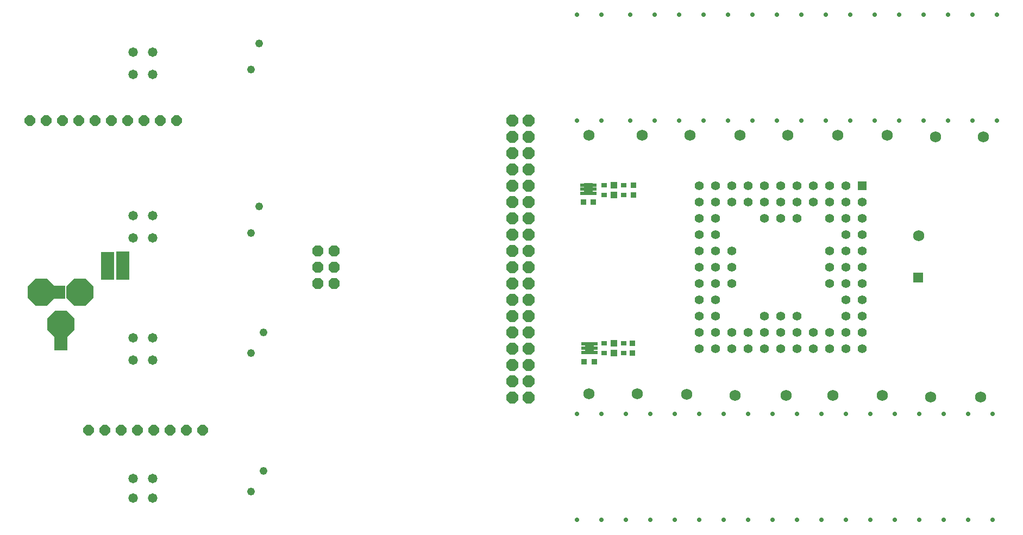
<source format=gbs>
%FSLAX25Y25*%
%MOIN*%
G70*
G01*
G75*
G04 Layer_Color=16711935*
%ADD10R,0.33858X0.42126*%
%ADD11R,0.14173X0.04528*%
%ADD12R,0.03661X0.03661*%
%ADD13R,0.03500X0.03400*%
%ADD14R,0.03661X0.03661*%
%ADD15R,0.02200X0.06700*%
%ADD16R,0.02178X0.03937*%
%ADD17R,0.03200X0.03000*%
%ADD18C,0.01000*%
%ADD19C,0.04000*%
%ADD20C,0.02000*%
%ADD21C,0.03937*%
%ADD22C,0.06000*%
%ADD23C,0.04724*%
%ADD24R,0.04724X0.04724*%
%ADD25R,0.06000X0.06000*%
%ADD26P,0.06061X8X112.5*%
%ADD27P,0.06605X8X292.5*%
%ADD28P,0.17046X8X112.5*%
%ADD29C,0.07677*%
%ADD30P,0.17046X8X202.5*%
%ADD31P,0.07144X8X292.5*%
%ADD32C,0.05000*%
%ADD33C,0.02000*%
%ADD34C,0.04000*%
%ADD35R,0.07874X0.08661*%
%ADD36R,0.08661X0.07874*%
%ADD37R,0.03400X0.03500*%
%ADD38R,0.01772X0.01575*%
%ADD39R,0.04409X0.06772*%
%ADD40C,0.00984*%
%ADD41C,0.00600*%
%ADD42C,0.00787*%
%ADD43C,0.00500*%
%ADD44C,0.00800*%
%ADD45C,0.00400*%
%ADD46C,0.02800*%
%ADD47C,0.01500*%
%ADD48R,0.02000X0.02000*%
%ADD49R,0.34658X0.42926*%
%ADD50R,0.14973X0.05328*%
%ADD51R,0.04461X0.04461*%
%ADD52R,0.04461X0.04461*%
%ADD53R,0.03000X0.07500*%
%ADD54C,0.06800*%
%ADD55C,0.05524*%
%ADD56R,0.05524X0.05524*%
%ADD57P,0.06927X8X112.5*%
%ADD58P,0.07471X8X292.5*%
%ADD59P,0.17912X8X112.5*%
%ADD60C,0.08477*%
%ADD61P,0.17912X8X202.5*%
%ADD62P,0.08010X8X292.5*%
%ADD63C,0.05800*%
%ADD64C,0.02800*%
%ADD65R,0.02572X0.02375*%
%ADD66R,0.05209X0.07572*%
%ADD67C,0.04800*%
D13*
X444000Y57450D02*
D03*
Y63550D02*
D03*
X444500Y154450D02*
D03*
Y160550D02*
D03*
D17*
X426500Y57450D02*
D03*
Y63550D02*
D03*
X438500Y57450D02*
D03*
Y63550D02*
D03*
X426500Y154450D02*
D03*
Y160550D02*
D03*
X438500Y154450D02*
D03*
Y160550D02*
D03*
D25*
X619138Y103862D02*
D03*
D35*
X131200Y106800D02*
D03*
Y115300D02*
D03*
X93200Y63600D02*
D03*
Y72100D02*
D03*
X122047Y115205D02*
D03*
Y106705D02*
D03*
D36*
X83220Y94882D02*
D03*
X91720D02*
D03*
D37*
X414450Y52000D02*
D03*
X420550D02*
D03*
X413950Y150000D02*
D03*
X420050D02*
D03*
D51*
X432500Y57547D02*
D03*
Y63453D02*
D03*
Y154547D02*
D03*
Y160453D02*
D03*
D54*
X619685Y129528D02*
D03*
X659449Y189961D02*
D03*
X629921D02*
D03*
X600394Y190945D02*
D03*
X569882D02*
D03*
X539370D02*
D03*
X509842D02*
D03*
X479331D02*
D03*
X449803D02*
D03*
X417323D02*
D03*
X657480Y30512D02*
D03*
X626968D02*
D03*
X597441Y31496D02*
D03*
X566929D02*
D03*
X538386D02*
D03*
X506890D02*
D03*
X477362Y32138D02*
D03*
X446850Y32480D02*
D03*
X417323D02*
D03*
D55*
X485000Y60000D02*
D03*
Y70000D02*
D03*
X505000Y60000D02*
D03*
X495000Y70000D02*
D03*
Y60000D02*
D03*
X485000Y90000D02*
D03*
Y80000D02*
D03*
X495000D02*
D03*
Y100000D02*
D03*
Y90000D02*
D03*
X515000Y60000D02*
D03*
X535000D02*
D03*
X515000Y70000D02*
D03*
X525000Y60000D02*
D03*
X505000Y70000D02*
D03*
Y100000D02*
D03*
X525000Y70000D02*
D03*
X535000D02*
D03*
X525000Y80000D02*
D03*
X535000D02*
D03*
X485000Y100000D02*
D03*
Y110000D02*
D03*
X495000D02*
D03*
X485000Y120000D02*
D03*
X495000D02*
D03*
X485000Y130000D02*
D03*
Y160000D02*
D03*
Y140000D02*
D03*
X495000Y130000D02*
D03*
X485000Y150000D02*
D03*
X495000Y140000D02*
D03*
X505000Y110000D02*
D03*
X495000Y150000D02*
D03*
X505000Y120000D02*
D03*
X525000Y140000D02*
D03*
X505000Y150000D02*
D03*
X515000D02*
D03*
X505000Y160000D02*
D03*
X495000D02*
D03*
X525000Y150000D02*
D03*
X515000Y160000D02*
D03*
X525000D02*
D03*
X555000Y60000D02*
D03*
X545000D02*
D03*
X565000D02*
D03*
X575000Y70000D02*
D03*
Y60000D02*
D03*
X555000Y70000D02*
D03*
X545000Y80000D02*
D03*
Y70000D02*
D03*
X565000D02*
D03*
Y110000D02*
D03*
Y100000D02*
D03*
X575000Y80000D02*
D03*
Y90000D02*
D03*
X585000Y60000D02*
D03*
Y80000D02*
D03*
Y70000D02*
D03*
Y90000D02*
D03*
X575000Y110000D02*
D03*
Y100000D02*
D03*
X585000Y110000D02*
D03*
Y100000D02*
D03*
X545000Y140000D02*
D03*
X535000D02*
D03*
X565000Y120000D02*
D03*
X545000Y150000D02*
D03*
X565000Y140000D02*
D03*
X535000Y150000D02*
D03*
Y160000D02*
D03*
X545000D02*
D03*
X555000Y150000D02*
D03*
Y160000D02*
D03*
X565000D02*
D03*
X575000Y120000D02*
D03*
Y140000D02*
D03*
Y130000D02*
D03*
X585000Y120000D02*
D03*
Y140000D02*
D03*
Y130000D02*
D03*
X565000Y150000D02*
D03*
X575000Y160000D02*
D03*
Y150000D02*
D03*
X585000D02*
D03*
D56*
Y160000D02*
D03*
D57*
X110385Y10100D02*
D03*
X120385D02*
D03*
X130385D02*
D03*
X140385D02*
D03*
X150385D02*
D03*
X160385D02*
D03*
X170385D02*
D03*
X180385D02*
D03*
X74385Y200100D02*
D03*
X84385D02*
D03*
X94385D02*
D03*
X104385D02*
D03*
X114385D02*
D03*
X124385D02*
D03*
X134385D02*
D03*
X144385D02*
D03*
X154385D02*
D03*
X164385D02*
D03*
D58*
X250885Y100100D02*
D03*
Y110100D02*
D03*
Y120100D02*
D03*
X260885Y110100D02*
D03*
Y100100D02*
D03*
Y120100D02*
D03*
D59*
X81400Y94700D02*
D03*
X105000D02*
D03*
D60*
X81400Y91700D02*
D03*
Y97700D02*
D03*
X96200Y75000D02*
D03*
X90200D02*
D03*
X105000Y91700D02*
D03*
Y97700D02*
D03*
D61*
X93200Y75000D02*
D03*
D62*
X370385Y40100D02*
D03*
Y30100D02*
D03*
Y70100D02*
D03*
Y50100D02*
D03*
Y60100D02*
D03*
Y80100D02*
D03*
Y90100D02*
D03*
Y100100D02*
D03*
Y110100D02*
D03*
Y120100D02*
D03*
Y130100D02*
D03*
Y140100D02*
D03*
Y150100D02*
D03*
Y180100D02*
D03*
Y160100D02*
D03*
Y170100D02*
D03*
Y190100D02*
D03*
Y200100D02*
D03*
X380385Y30100D02*
D03*
Y40100D02*
D03*
Y50100D02*
D03*
Y60100D02*
D03*
Y80100D02*
D03*
Y90100D02*
D03*
Y110100D02*
D03*
Y70100D02*
D03*
Y100100D02*
D03*
Y120100D02*
D03*
Y130100D02*
D03*
Y140100D02*
D03*
Y150100D02*
D03*
Y160100D02*
D03*
Y170100D02*
D03*
Y200100D02*
D03*
Y180100D02*
D03*
Y190100D02*
D03*
D63*
X149606Y-31496D02*
D03*
X137795D02*
D03*
X149606Y-19685D02*
D03*
X137795D02*
D03*
X149606Y53150D02*
D03*
X137795D02*
D03*
X149606Y66929D02*
D03*
X137795D02*
D03*
X149606Y127953D02*
D03*
X137795D02*
D03*
X149606Y141732D02*
D03*
X137795D02*
D03*
X149606Y228346D02*
D03*
X137795D02*
D03*
X149606Y242126D02*
D03*
X137795D02*
D03*
D64*
X417500Y60500D02*
D03*
X417000Y158000D02*
D03*
X410000Y200000D02*
D03*
Y265000D02*
D03*
X425000D02*
D03*
X442500D02*
D03*
X457500D02*
D03*
X472500D02*
D03*
X487500D02*
D03*
X502500D02*
D03*
X517500D02*
D03*
X532500D02*
D03*
X547500D02*
D03*
X562500D02*
D03*
X577500D02*
D03*
X592500D02*
D03*
X607500D02*
D03*
X622500D02*
D03*
X637500D02*
D03*
X652500D02*
D03*
X667500D02*
D03*
Y200000D02*
D03*
X652500D02*
D03*
X637500D02*
D03*
X622500D02*
D03*
X607500D02*
D03*
X592500D02*
D03*
X577500D02*
D03*
X562500D02*
D03*
X547500D02*
D03*
X532500D02*
D03*
X517500D02*
D03*
X502500D02*
D03*
X487500D02*
D03*
X472500D02*
D03*
X457500D02*
D03*
X442500D02*
D03*
X425000D02*
D03*
X665000Y-45000D02*
D03*
X650000D02*
D03*
X635000D02*
D03*
X620000D02*
D03*
X605000D02*
D03*
X590000D02*
D03*
X575000D02*
D03*
X560000D02*
D03*
X545000D02*
D03*
X530000D02*
D03*
X515000D02*
D03*
X500000D02*
D03*
X485000D02*
D03*
X470000D02*
D03*
X455000D02*
D03*
X440000D02*
D03*
X425000D02*
D03*
X410000D02*
D03*
X665000Y20000D02*
D03*
X650000D02*
D03*
X635000D02*
D03*
X620000D02*
D03*
X605000D02*
D03*
X590000D02*
D03*
X575000D02*
D03*
X560000D02*
D03*
X545000D02*
D03*
X530000D02*
D03*
X515000D02*
D03*
X500000D02*
D03*
X470000D02*
D03*
X410000D02*
D03*
X425000D02*
D03*
X440000D02*
D03*
X485000D02*
D03*
X455000D02*
D03*
D65*
X413858Y57902D02*
D03*
Y63098D02*
D03*
Y60500D02*
D03*
X421142Y57902D02*
D03*
Y60500D02*
D03*
Y63098D02*
D03*
X413358Y155402D02*
D03*
Y160599D02*
D03*
Y158000D02*
D03*
X420642Y155402D02*
D03*
Y158000D02*
D03*
Y160599D02*
D03*
D66*
X417500Y60500D02*
D03*
X417000Y158000D02*
D03*
D67*
X210000Y-27500D02*
D03*
X215000Y247500D02*
D03*
X210000Y231500D02*
D03*
X215000Y147500D02*
D03*
X210000Y131000D02*
D03*
X217500Y70000D02*
D03*
X210000Y57500D02*
D03*
X217500Y-15000D02*
D03*
M02*

</source>
